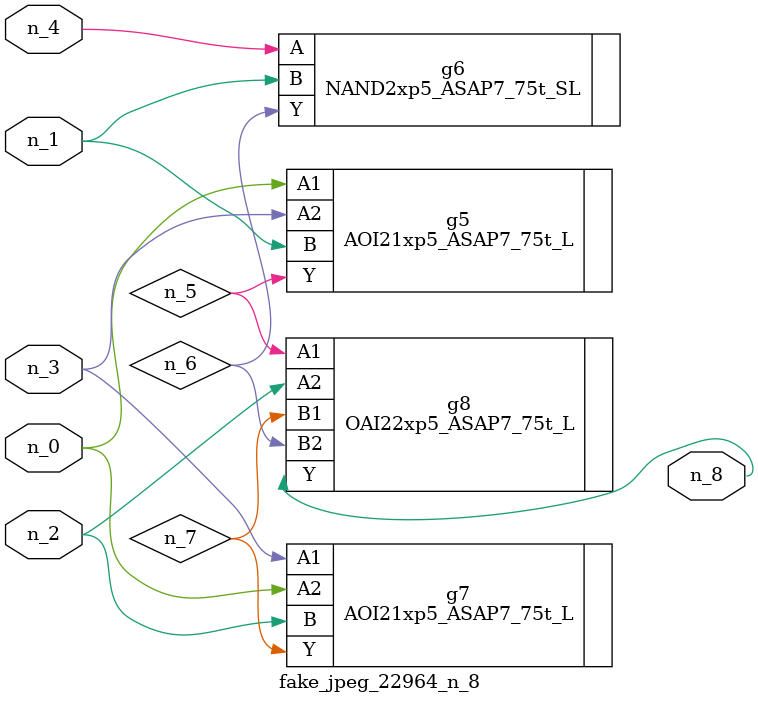
<source format=v>
module fake_jpeg_22964_n_8 (n_3, n_2, n_1, n_0, n_4, n_8);

input n_3;
input n_2;
input n_1;
input n_0;
input n_4;

output n_8;

wire n_6;
wire n_5;
wire n_7;

AOI21xp5_ASAP7_75t_L g5 ( 
.A1(n_0),
.A2(n_3),
.B(n_1),
.Y(n_5)
);

NAND2xp5_ASAP7_75t_SL g6 ( 
.A(n_4),
.B(n_1),
.Y(n_6)
);

AOI21xp5_ASAP7_75t_L g7 ( 
.A1(n_3),
.A2(n_0),
.B(n_2),
.Y(n_7)
);

OAI22xp5_ASAP7_75t_L g8 ( 
.A1(n_5),
.A2(n_2),
.B1(n_7),
.B2(n_6),
.Y(n_8)
);


endmodule
</source>
